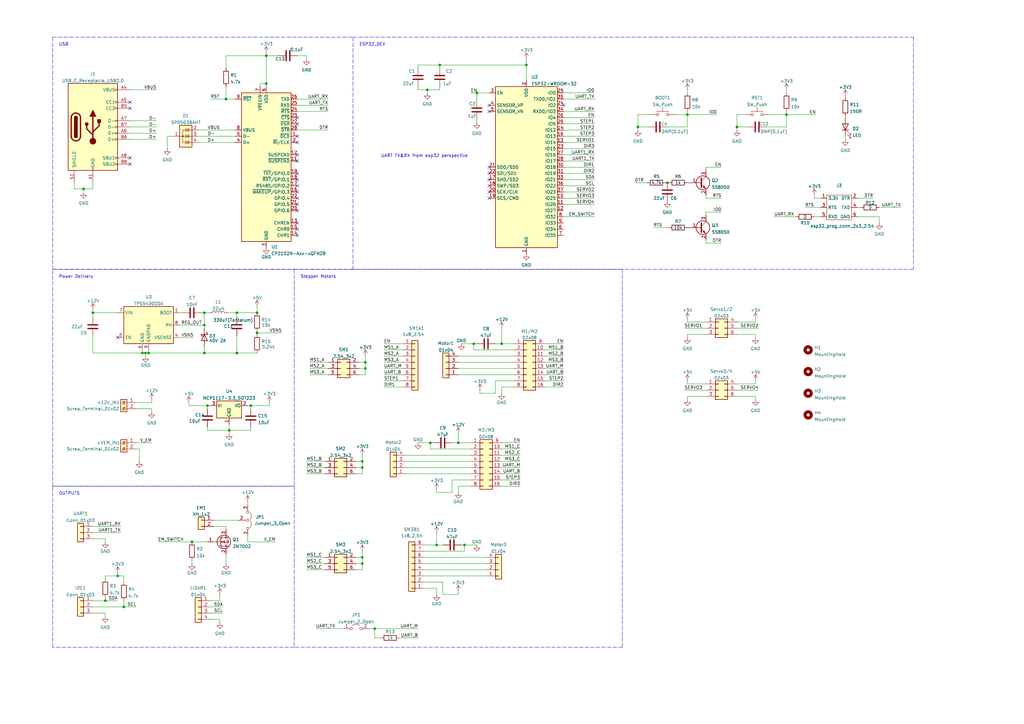
<source format=kicad_sch>
(kicad_sch (version 20211123) (generator eeschema)
  (paper "A3")
  (junction (at 215.9 26.67))
  (junction (at 148.59 191.77))
  (junction (at 149.86 148.59))
  (junction (at 273.685 74.93))
  (junction (at 190.5 223.52))
  (junction (at 92.71 40.64))
  (junction (at 83.82 128.27))
  (junction (at 97.155 144.78))
  (junction (at 261.62 52.07))
  (junction (at 322.58 46.99))
  (junction (at 281.94 46.99))
  (junction (at 58.42 144.78))
  (junction (at 93.98 176.53))
  (junction (at 180.34 26.67))
  (junction (at 48.26 236.22))
  (junction (at 187.96 181.61))
  (junction (at 38.1 128.27))
  (junction (at 43.18 246.38))
  (junction (at 302.26 52.07))
  (junction (at 78.74 222.25))
  (junction (at 50.8 248.92))
  (junction (at 97.155 128.27))
  (junction (at 109.22 22.86))
  (junction (at 83.82 133.35))
  (junction (at 194.31 140.97))
  (junction (at 60.96 144.78))
  (junction (at 109.22 34.29))
  (junction (at 105.41 128.27))
  (junction (at 59.69 144.78))
  (junction (at 205.74 140.97))
  (junction (at 102.87 166.37))
  (junction (at 148.59 228.6))
  (junction (at 153.67 257.81))
  (junction (at 179.07 223.52))
  (junction (at 83.82 144.78))
  (junction (at 148.59 231.14))
  (junction (at 148.59 189.23))
  (junction (at 149.86 151.13))
  (junction (at 175.26 36.83))
  (junction (at 85.09 166.37))
  (junction (at 34.29 77.47))
  (junction (at 176.53 181.61))
  (junction (at 105.41 136.525))
  (junction (at 195.58 38.1))
  (no_connect (at 53.34 44.45))
  (no_connect (at 121.92 71.12))
  (no_connect (at 121.92 50.8))
  (no_connect (at 121.92 63.5))
  (no_connect (at 200.66 78.74))
  (no_connect (at 121.92 66.04))
  (no_connect (at 121.92 91.44))
  (no_connect (at 121.92 55.88))
  (no_connect (at 53.34 67.31))
  (no_connect (at 200.66 81.28))
  (no_connect (at 200.66 71.12))
  (no_connect (at 200.66 68.58))
  (no_connect (at 200.66 73.66))
  (no_connect (at 121.92 76.2))
  (no_connect (at 121.92 81.28))
  (no_connect (at 121.92 83.82))
  (no_connect (at 121.92 58.42))
  (no_connect (at 121.92 93.98))
  (no_connect (at 121.92 78.74))
  (no_connect (at 200.66 45.72))
  (no_connect (at 121.92 48.26))
  (no_connect (at 53.34 64.77))
  (no_connect (at 200.66 76.2))
  (no_connect (at 48.26 138.43))
  (no_connect (at 121.92 86.36))
  (no_connect (at 231.14 43.18))
  (no_connect (at 53.34 41.91))
  (no_connect (at 121.92 73.66))
  (no_connect (at 121.92 96.52))
  (no_connect (at 200.66 43.18))
  (wire (pts (xy 73.66 128.27) (xy 74.93 128.27)))
  (wire (pts (xy 125.73 228.6) (xy 133.35 228.6)))
  (wire (pts (xy 49.53 218.44) (xy 38.1 218.44)))
  (wire (pts (xy 125.73 189.23) (xy 133.35 189.23)))
  (wire (pts (xy 79.375 138.43) (xy 73.66 138.43)))
  (wire (pts (xy 322.58 46.99) (xy 322.58 52.07)))
  (wire (pts (xy 78.74 231.14) (xy 78.74 229.87)))
  (wire (pts (xy 322.58 46.99) (xy 322.58 45.72)))
  (wire (pts (xy 43.18 220.98) (xy 43.18 222.25)))
  (wire (pts (xy 289.56 80.01) (xy 289.56 81.28)))
  (wire (pts (xy 125.73 191.77) (xy 133.35 191.77)))
  (wire (pts (xy 157.48 146.05) (xy 165.1 146.05)))
  (wire (pts (xy 156.21 261.62) (xy 153.67 261.62)))
  (polyline (pts (xy 255.27 265.43) (xy 120.65 265.43)))
  (wire (pts (xy 83.82 133.35) (xy 83.82 128.27)))
  (wire (pts (xy 64.77 222.25) (xy 78.74 222.25)))
  (wire (pts (xy 171.45 36.83) (xy 171.45 35.56)))
  (wire (pts (xy 176.53 181.61) (xy 171.45 181.61)))
  (wire (pts (xy 86.36 40.64) (xy 92.71 40.64)))
  (wire (pts (xy 311.15 160.02) (xy 302.26 160.02)))
  (wire (pts (xy 85.09 176.53) (xy 93.98 176.53)))
  (wire (pts (xy 334.01 80.01) (xy 334.01 81.28)))
  (wire (pts (xy 127 153.67) (xy 134.62 153.67)))
  (wire (pts (xy 231.14 146.05) (xy 223.52 146.05)))
  (wire (pts (xy 171.45 26.67) (xy 180.34 26.67)))
  (wire (pts (xy 91.44 248.92) (xy 86.36 248.92)))
  (wire (pts (xy 187.96 243.84) (xy 181.61 243.84)))
  (wire (pts (xy 83.82 128.27) (xy 85.725 128.27)))
  (wire (pts (xy 97.155 144.78) (xy 105.41 144.78)))
  (wire (pts (xy 289.56 98.425) (xy 289.56 99.695)))
  (wire (pts (xy 125.73 194.31) (xy 133.35 194.31)))
  (wire (pts (xy 281.94 162.56) (xy 281.94 163.83)))
  (wire (pts (xy 109.22 21.59) (xy 109.22 22.86)))
  (wire (pts (xy 92.71 215.9) (xy 92.71 217.17)))
  (wire (pts (xy 114.3 22.86) (xy 109.22 22.86)))
  (wire (pts (xy 187.96 177.8) (xy 187.96 181.61)))
  (wire (pts (xy 190.5 223.52) (xy 195.58 223.52)))
  (wire (pts (xy 173.99 241.3) (xy 179.07 241.3)))
  (wire (pts (xy 176.53 184.15) (xy 176.53 181.61)))
  (wire (pts (xy 231.14 58.42) (xy 243.84 58.42)))
  (wire (pts (xy 193.04 181.61) (xy 187.96 181.61)))
  (wire (pts (xy 60.96 143.51) (xy 60.96 144.78)))
  (wire (pts (xy 105.41 136.525) (xy 105.41 137.16)))
  (wire (pts (xy 153.67 257.81) (xy 151.13 257.81)))
  (wire (pts (xy 105.41 135.89) (xy 105.41 136.525)))
  (wire (pts (xy 125.73 233.68) (xy 133.35 233.68)))
  (wire (pts (xy 231.14 153.67) (xy 223.52 153.67)))
  (wire (pts (xy 38.1 137.795) (xy 38.1 144.78)))
  (wire (pts (xy 213.36 194.31) (xy 205.74 194.31)))
  (wire (pts (xy 314.325 52.07) (xy 322.58 52.07)))
  (wire (pts (xy 68.58 55.88) (xy 68.58 60.96)))
  (wire (pts (xy 281.94 130.81) (xy 281.94 132.08)))
  (wire (pts (xy 289.56 68.58) (xy 295.91 68.58)))
  (wire (pts (xy 187.96 199.39) (xy 187.96 201.93)))
  (wire (pts (xy 53.34 49.53) (xy 64.135 49.53)))
  (wire (pts (xy 148.59 228.6) (xy 148.59 231.14)))
  (wire (pts (xy 86.36 246.38) (xy 90.17 246.38)))
  (wire (pts (xy 83.82 133.35) (xy 83.82 134.62)))
  (wire (pts (xy 146.05 191.77) (xy 148.59 191.77)))
  (polyline (pts (xy 21.59 110.49) (xy 120.65 110.49)))
  (wire (pts (xy 273.685 52.07) (xy 281.94 52.07)))
  (wire (pts (xy 60.96 144.78) (xy 59.69 144.78)))
  (wire (pts (xy 210.82 158.75) (xy 205.74 158.75)))
  (polyline (pts (xy 21.59 265.43) (xy 21.59 199.39)))
  (polyline (pts (xy 120.65 199.39) (xy 120.65 265.43)))
  (wire (pts (xy 302.26 157.48) (xy 309.88 157.48)))
  (wire (pts (xy 360.68 91.44) (xy 360.68 88.9)))
  (wire (pts (xy 180.34 35.56) (xy 180.34 36.83)))
  (wire (pts (xy 147.32 148.59) (xy 149.86 148.59)))
  (wire (pts (xy 193.04 38.1) (xy 195.58 38.1)))
  (wire (pts (xy 213.36 181.61) (xy 205.74 181.61)))
  (wire (pts (xy 215.9 24.13) (xy 215.9 26.67)))
  (wire (pts (xy 77.47 165.1) (xy 77.47 166.37)))
  (wire (pts (xy 62.23 181.61) (xy 55.88 181.61)))
  (wire (pts (xy 213.36 196.85) (xy 205.74 196.85)))
  (wire (pts (xy 205.74 158.75) (xy 205.74 161.29)))
  (wire (pts (xy 157.48 156.21) (xy 165.1 156.21)))
  (wire (pts (xy 59.69 144.78) (xy 59.69 146.05)))
  (wire (pts (xy 243.84 48.26) (xy 231.14 48.26)))
  (wire (pts (xy 180.34 26.67) (xy 180.34 27.94)))
  (wire (pts (xy 146.05 194.31) (xy 148.59 194.31)))
  (wire (pts (xy 179.07 201.93) (xy 185.42 201.93)))
  (wire (pts (xy 157.48 143.51) (xy 165.1 143.51)))
  (polyline (pts (xy 21.59 15.24) (xy 144.78 15.24)))
  (wire (pts (xy 213.36 189.23) (xy 205.74 189.23)))
  (wire (pts (xy 289.56 86.995) (xy 295.91 86.995)))
  (wire (pts (xy 260.35 74.93) (xy 265.43 74.93)))
  (wire (pts (xy 309.88 156.21) (xy 309.88 157.48)))
  (wire (pts (xy 190.5 226.06) (xy 190.5 223.52)))
  (polyline (pts (xy 374.65 15.24) (xy 374.65 110.49)))
  (wire (pts (xy 49.53 215.9) (xy 38.1 215.9)))
  (wire (pts (xy 55.88 248.92) (xy 50.8 248.92)))
  (wire (pts (xy 193.04 184.15) (xy 176.53 184.15)))
  (wire (pts (xy 231.14 38.1) (xy 243.84 38.1)))
  (wire (pts (xy 180.34 26.67) (xy 215.9 26.67)))
  (wire (pts (xy 92.71 22.86) (xy 109.22 22.86)))
  (wire (pts (xy 346.71 39.37) (xy 346.71 40.005)))
  (wire (pts (xy 261.62 52.07) (xy 261.62 53.34)))
  (wire (pts (xy 309.88 137.16) (xy 309.88 138.43)))
  (wire (pts (xy 55.88 184.15) (xy 57.15 184.15)))
  (wire (pts (xy 50.8 246.38) (xy 50.8 248.92)))
  (polyline (pts (xy 255.27 110.49) (xy 255.27 265.43)))
  (wire (pts (xy 43.18 246.38) (xy 38.1 246.38)))
  (wire (pts (xy 105.41 136.525) (xy 115.57 136.525)))
  (wire (pts (xy 346.71 47.625) (xy 346.71 48.26)))
  (wire (pts (xy 281.94 36.83) (xy 281.94 38.1)))
  (wire (pts (xy 289.56 69.85) (xy 289.56 68.58)))
  (wire (pts (xy 231.14 71.12) (xy 243.84 71.12)))
  (wire (pts (xy 58.42 144.78) (xy 59.69 144.78)))
  (wire (pts (xy 87.63 213.36) (xy 97.79 213.36)))
  (wire (pts (xy 309.88 162.56) (xy 309.88 163.83)))
  (wire (pts (xy 315.595 46.99) (xy 322.58 46.99)))
  (polyline (pts (xy 21.59 199.39) (xy 21.59 110.49)))
  (wire (pts (xy 194.31 140.97) (xy 189.23 140.97)))
  (wire (pts (xy 53.34 57.15) (xy 64.135 57.15)))
  (wire (pts (xy 289.56 137.16) (xy 281.94 137.16)))
  (wire (pts (xy 173.99 223.52) (xy 179.07 223.52)))
  (wire (pts (xy 57.15 184.15) (xy 57.15 189.23)))
  (wire (pts (xy 205.74 140.97) (xy 205.74 134.62)))
  (wire (pts (xy 193.04 191.77) (xy 166.37 191.77)))
  (wire (pts (xy 273.685 74.93) (xy 274.32 74.93)))
  (wire (pts (xy 181.61 243.84) (xy 181.61 238.76)))
  (wire (pts (xy 121.92 40.64) (xy 134.62 40.64)))
  (wire (pts (xy 179.07 200.66) (xy 179.07 201.93)))
  (wire (pts (xy 351.79 85.09) (xy 353.06 85.09)))
  (wire (pts (xy 187.96 242.57) (xy 187.96 243.84)))
  (wire (pts (xy 58.42 143.51) (xy 58.42 144.78)))
  (wire (pts (xy 127 151.13) (xy 134.62 151.13)))
  (polyline (pts (xy 144.78 15.24) (xy 144.78 110.49)))
  (wire (pts (xy 231.14 60.96) (xy 243.84 60.96)))
  (wire (pts (xy 97.155 128.27) (xy 97.155 130.175)))
  (wire (pts (xy 276.86 46.99) (xy 281.94 46.99)))
  (wire (pts (xy 86.36 166.37) (xy 85.09 166.37)))
  (wire (pts (xy 266.065 52.07) (xy 261.62 52.07)))
  (wire (pts (xy 213.36 191.77) (xy 205.74 191.77)))
  (wire (pts (xy 205.74 140.97) (xy 203.2 140.97)))
  (wire (pts (xy 195.58 38.1) (xy 200.66 38.1)))
  (wire (pts (xy 231.14 76.2) (xy 243.84 76.2)))
  (wire (pts (xy 48.26 246.38) (xy 43.18 246.38)))
  (wire (pts (xy 289.56 162.56) (xy 281.94 162.56)))
  (wire (pts (xy 215.9 26.67) (xy 215.9 33.02)))
  (wire (pts (xy 231.14 66.04) (xy 243.84 66.04)))
  (wire (pts (xy 302.26 52.07) (xy 302.26 53.34)))
  (wire (pts (xy 196.85 161.29) (xy 203.2 161.29)))
  (wire (pts (xy 93.98 176.53) (xy 93.98 177.8)))
  (wire (pts (xy 203.2 156.21) (xy 210.82 156.21)))
  (polyline (pts (xy 374.65 110.49) (xy 144.78 110.49)))
  (wire (pts (xy 231.14 53.34) (xy 243.84 53.34)))
  (wire (pts (xy 336.55 85.09) (xy 330.2 85.09)))
  (wire (pts (xy 281.94 46.99) (xy 281.94 52.07)))
  (wire (pts (xy 101.6 219.71) (xy 101.6 222.25)))
  (wire (pts (xy 97.155 137.795) (xy 97.155 144.78)))
  (wire (pts (xy 193.04 189.23) (xy 166.37 189.23)))
  (wire (pts (xy 110.49 165.1) (xy 110.49 166.37)))
  (wire (pts (xy 43.18 236.22) (xy 48.26 236.22)))
  (wire (pts (xy 334.01 81.28) (xy 336.55 81.28)))
  (wire (pts (xy 149.86 146.05) (xy 149.86 148.59)))
  (wire (pts (xy 213.36 199.39) (xy 205.74 199.39)))
  (wire (pts (xy 157.48 153.67) (xy 165.1 153.67)))
  (wire (pts (xy 146.05 189.23) (xy 148.59 189.23)))
  (wire (pts (xy 193.04 194.31) (xy 166.37 194.31)))
  (wire (pts (xy 171.45 26.67) (xy 171.45 27.94)))
  (wire (pts (xy 231.14 83.82) (xy 243.84 83.82)))
  (wire (pts (xy 149.86 148.59) (xy 149.86 151.13)))
  (wire (pts (xy 181.61 238.76) (xy 173.99 238.76)))
  (wire (pts (xy 157.48 158.75) (xy 165.1 158.75)))
  (wire (pts (xy 261.62 46.99) (xy 261.62 52.07)))
  (wire (pts (xy 213.36 186.69) (xy 205.74 186.69)))
  (wire (pts (xy 38.1 128.27) (xy 48.26 128.27)))
  (wire (pts (xy 30.48 77.47) (xy 34.29 77.47)))
  (wire (pts (xy 62.23 167.64) (xy 55.88 167.64)))
  (wire (pts (xy 149.86 151.13) (xy 149.86 153.67)))
  (wire (pts (xy 90.17 254) (xy 90.17 255.27)))
  (wire (pts (xy 210.82 148.59) (xy 187.96 148.59)))
  (wire (pts (xy 153.67 261.62) (xy 153.67 257.81)))
  (wire (pts (xy 175.26 36.83) (xy 175.26 38.1)))
  (wire (pts (xy 148.59 191.77) (xy 148.59 194.31)))
  (wire (pts (xy 243.84 88.9) (xy 231.14 88.9)))
  (wire (pts (xy 109.22 35.56) (xy 109.22 34.29)))
  (wire (pts (xy 62.23 168.91) (xy 62.23 167.64)))
  (wire (pts (xy 171.45 257.81) (xy 153.67 257.81)))
  (wire (pts (xy 231.14 40.64) (xy 243.84 40.64)))
  (wire (pts (xy 322.58 36.83) (xy 322.58 38.1)))
  (wire (pts (xy 125.73 22.86) (xy 125.73 24.13)))
  (wire (pts (xy 317.5 88.9) (xy 326.39 88.9)))
  (wire (pts (xy 195.58 48.895) (xy 195.58 50.165)))
  (wire (pts (xy 38.1 220.98) (xy 43.18 220.98)))
  (wire (pts (xy 179.07 223.52) (xy 181.61 223.52)))
  (wire (pts (xy 311.15 134.62) (xy 302.26 134.62)))
  (wire (pts (xy 289.56 99.695) (xy 295.91 99.695)))
  (wire (pts (xy 302.26 132.08) (xy 309.88 132.08)))
  (wire (pts (xy 185.42 201.93) (xy 185.42 196.85)))
  (wire (pts (xy 289.56 132.08) (xy 281.94 132.08)))
  (wire (pts (xy 266.7 46.99) (xy 261.62 46.99)))
  (polyline (pts (xy 144.78 110.49) (xy 21.59 110.49)))
  (wire (pts (xy 231.14 63.5) (xy 243.84 63.5)))
  (wire (pts (xy 129.54 257.81) (xy 140.97 257.81)))
  (wire (pts (xy 125.73 231.14) (xy 133.35 231.14)))
  (wire (pts (xy 193.04 186.69) (xy 166.37 186.69)))
  (wire (pts (xy 92.71 40.64) (xy 96.52 40.64)))
  (wire (pts (xy 185.42 196.85) (xy 193.04 196.85)))
  (wire (pts (xy 83.82 144.78) (xy 60.96 144.78)))
  (wire (pts (xy 231.14 158.75) (xy 223.52 158.75)))
  (wire (pts (xy 173.99 233.68) (xy 199.39 233.68)))
  (wire (pts (xy 231.14 151.13) (xy 223.52 151.13)))
  (wire (pts (xy 83.82 142.24) (xy 83.82 144.78)))
  (wire (pts (xy 102.87 167.64) (xy 102.87 166.37)))
  (wire (pts (xy 78.74 222.25) (xy 85.09 222.25)))
  (wire (pts (xy 180.34 36.83) (xy 175.26 36.83)))
  (wire (pts (xy 289.56 88.265) (xy 289.56 86.995)))
  (wire (pts (xy 30.48 74.93) (xy 30.48 77.47)))
  (wire (pts (xy 210.82 143.51) (xy 194.31 143.51)))
  (wire (pts (xy 53.34 36.83) (xy 64.135 36.83)))
  (wire (pts (xy 281.94 46.99) (xy 281.94 45.72)))
  (wire (pts (xy 48.26 234.95) (xy 48.26 236.22)))
  (wire (pts (xy 50.8 238.76) (xy 50.8 236.22)))
  (wire (pts (xy 105.41 125.73) (xy 105.41 128.27)))
  (wire (pts (xy 173.99 231.14) (xy 199.39 231.14)))
  (wire (pts (xy 127 148.59) (xy 134.62 148.59)))
  (wire (pts (xy 86.36 254) (xy 90.17 254)))
  (wire (pts (xy 121.92 45.72) (xy 134.62 45.72)))
  (wire (pts (xy 146.05 228.6) (xy 148.59 228.6)))
  (wire (pts (xy 34.29 77.47) (xy 38.1 77.47)))
  (wire (pts (xy 280.67 160.02) (xy 289.56 160.02)))
  (wire (pts (xy 175.26 36.83) (xy 171.45 36.83)))
  (polyline (pts (xy 120.65 199.39) (xy 21.59 199.39)))
  (wire (pts (xy 148.59 186.69) (xy 148.59 189.23)))
  (wire (pts (xy 121.92 53.34) (xy 134.62 53.34)))
  (wire (pts (xy 81.28 53.34) (xy 96.52 53.34)))
  (wire (pts (xy 196.85 160.02) (xy 196.85 161.29)))
  (polyline (pts (xy 144.78 15.24) (xy 374.65 15.24)))
  (wire (pts (xy 91.44 251.46) (xy 86.36 251.46)))
  (wire (pts (xy 231.14 143.51) (xy 223.52 143.51)))
  (wire (pts (xy 157.48 140.97) (xy 165.1 140.97)))
  (wire (pts (xy 171.45 261.62) (xy 163.83 261.62)))
  (wire (pts (xy 281.94 156.21) (xy 281.94 157.48)))
  (wire (pts (xy 110.49 166.37) (xy 102.87 166.37)))
  (wire (pts (xy 43.18 251.46) (xy 43.18 252.73)))
  (wire (pts (xy 85.09 166.37) (xy 85.09 167.64)))
  (wire (pts (xy 92.71 231.14) (xy 92.71 227.33)))
  (wire (pts (xy 146.05 233.68) (xy 148.59 233.68)))
  (wire (pts (xy 97.155 144.78) (xy 83.82 144.78)))
  (polyline (pts (xy 120.65 110.49) (xy 255.27 110.49)))
  (wire (pts (xy 85.09 175.26) (xy 85.09 176.53)))
  (wire (pts (xy 38.1 130.175) (xy 38.1 128.27)))
  (wire (pts (xy 231.14 45.72) (xy 243.84 45.72)))
  (wire (pts (xy 38.1 251.46) (xy 43.18 251.46)))
  (wire (pts (xy 302.26 137.16) (xy 309.88 137.16)))
  (wire (pts (xy 231.14 140.97) (xy 223.52 140.97)))
  (wire (pts (xy 231.14 156.21) (xy 223.52 156.21)))
  (wire (pts (xy 231.14 68.58) (xy 243.84 68.58)))
  (wire (pts (xy 121.92 43.18) (xy 134.62 43.18)))
  (wire (pts (xy 289.56 81.28) (xy 295.91 81.28)))
  (wire (pts (xy 73.66 133.35) (xy 83.82 133.35)))
  (polyline (pts (xy 120.65 265.43) (xy 21.59 265.43)))
  (wire (pts (xy 302.26 52.07) (xy 302.26 46.99)))
  (wire (pts (xy 77.47 166.37) (xy 85.09 166.37)))
  (wire (pts (xy 34.29 77.47) (xy 34.29 78.74)))
  (wire (pts (xy 243.84 55.88) (xy 231.14 55.88)))
  (wire (pts (xy 281.94 46.99) (xy 294.005 46.99)))
  (wire (pts (xy 281.94 137.16) (xy 281.94 138.43)))
  (wire (pts (xy 109.22 34.29) (xy 106.68 34.29)))
  (wire (pts (xy 195.58 140.97) (xy 194.31 140.97)))
  (wire (pts (xy 102.87 176.53) (xy 93.98 176.53)))
  (wire (pts (xy 92.71 35.56) (xy 92.71 40.64)))
  (wire (pts (xy 43.18 245.11) (xy 43.18 246.38)))
  (wire (pts (xy 81.28 58.42) (xy 96.52 58.42)))
  (wire (pts (xy 93.345 128.27) (xy 97.155 128.27)))
  (wire (pts (xy 53.34 52.07) (xy 64.135 52.07)))
  (wire (pts (xy 50.8 248.92) (xy 38.1 248.92)))
  (wire (pts (xy 173.99 228.6) (xy 199.39 228.6)))
  (wire (pts (xy 38.1 127) (xy 38.1 128.27)))
  (wire (pts (xy 210.82 146.05) (xy 187.96 146.05)))
  (wire (pts (xy 179.07 218.44) (xy 179.07 223.52)))
  (wire (pts (xy 360.68 85.09) (xy 369.57 85.09)))
  (wire (pts (xy 102.87 175.26) (xy 102.87 176.53)))
  (wire (pts (xy 346.71 55.88) (xy 346.71 57.15)))
  (wire (pts (xy 97.155 128.27) (xy 105.41 128.27)))
  (wire (pts (xy 148.59 231.14) (xy 148.59 233.68)))
  (polyline (pts (xy 21.59 15.24) (xy 21.59 110.49)))
  (wire (pts (xy 50.8 236.22) (xy 48.26 236.22)))
  (wire (pts (xy 360.68 88.9) (xy 351.79 88.9)))
  (wire (pts (xy 302.26 46.99) (xy 305.435 46.99)))
  (polyline (pts (xy 120.65 110.49) (xy 120.65 199.39)))
  (wire (pts (xy 101.6 205.74) (xy 101.6 207.01)))
  (wire (pts (xy 267.97 93.345) (xy 274.32 93.345)))
  (wire (pts (xy 157.48 151.13) (xy 165.1 151.13)))
  (wire (pts (xy 231.14 78.74) (xy 243.84 78.74)))
  (wire (pts (xy 62.23 165.1) (xy 62.23 163.83)))
  (wire (pts (xy 309.88 130.81) (xy 309.88 132.08)))
  (wire (pts (xy 351.79 81.28) (xy 358.14 81.28)))
  (wire (pts (xy 289.56 157.48) (xy 281.94 157.48)))
  (wire (pts (xy 157.48 148.59) (xy 165.1 148.59)))
  (wire (pts (xy 210.82 153.67) (xy 187.96 153.67)))
  (wire (pts (xy 322.58 46.99) (xy 334.645 46.99)))
  (polyline (pts (xy 21.59 199.39) (xy 120.65 199.39)))
  (wire (pts (xy 173.99 236.22) (xy 199.39 236.22)))
  (wire (pts (xy 93.98 173.99) (xy 93.98 176.53)))
  (wire (pts (xy 210.82 140.97) (xy 205.74 140.97)))
  (wire (pts (xy 187.96 181.61) (xy 185.42 181.61)))
  (wire (pts (xy 213.36 184.15) (xy 205.74 184.15)))
  (wire (pts (xy 273.05 74.93) (xy 273.685 74.93)))
  (wire (pts (xy 306.705 52.07) (xy 302.26 52.07)))
  (wire (pts (xy 92.71 27.94) (xy 92.71 22.86)))
  (wire (pts (xy 83.82 128.27) (xy 82.55 128.27)))
  (wire (pts (xy 231.14 73.66) (xy 243.84 73.66)))
  (wire (pts (xy 302.26 162.56) (xy 309.88 162.56)))
  (wire (pts (xy 243.84 50.8) (xy 231.14 50.8)))
  (wire (pts (xy 81.28 55.88) (xy 96.52 55.88)))
  (wire (pts (xy 53.34 54.61) (xy 64.135 54.61)))
  (wire (pts (xy 210.82 151.13) (xy 187.96 151.13)))
  (wire (pts (xy 121.92 22.86) (xy 125.73 22.86)))
  (wire (pts (xy 101.6 222.25) (xy 113.03 222.25)))
  (wire (pts (xy 106.68 34.29) (xy 106.68 35.56)))
  (wire (pts (xy 177.8 181.61) (xy 176.53 181.61)))
  (wire (pts (xy 179.07 241.3) (xy 179.07 243.84)))
  (wire (pts (xy 38.1 144.78) (xy 58.42 144.78)))
  (wire (pts (xy 146.05 231.14) (xy 148.59 231.14)))
  (wire (pts (xy 189.23 223.52) (xy 190.5 223.52)))
  (wire (pts (xy 38.1 77.47) (xy 38.1 74.93)))
  (wire (pts (xy 194.31 143.51) (xy 194.31 140.97)))
  (wire (pts (xy 193.04 199.39) (xy 187.96 199.39)))
  (wire (pts (xy 55.88 165.1) (xy 62.23 165.1)))
  (wire (pts (xy 148.59 226.06) (xy 148.59 228.6)))
  (wire (pts (xy 195.58 38.1) (xy 195.58 41.275)))
  (wire (pts (xy 280.67 134.62) (xy 289.56 134.62)))
  (wire (pts (xy 43.18 237.49) (xy 43.18 236.22)))
  (wire (pts (xy 231.14 81.28) (xy 243.84 81.28)))
  (wire (pts (xy 173.99 226.06) (xy 190.5 226.06)))
  (wire (pts (xy 90.17 246.38) (xy 90.17 243.84)))
  (wire (pts (xy 71.12 55.88) (xy 68.58 55.88)))
  (wire (pts (xy 334.01 88.9) (xy 336.55 88.9)))
  (wire (pts (xy 148.59 189.23) (xy 148.59 191.77)))
  (wire (pts (xy 147.32 151.13) (xy 149.86 151.13)))
  (wire (pts (xy 203.2 161.29) (xy 203.2 156.21)))
  (wire (pts (xy 102.87 166.37) (xy 101.6 166.37)))
  (wire (pts (xy 109.22 22.86) (xy 109.22 34.29)))
  (wire (pts (xy 87.63 215.9) (xy 92.71 215.9)))
  (wire (pts (xy 147.32 153.67) (xy 149.86 153.67)))
  (wire (pts (xy 231.14 148.59) (xy 223.52 148.59)))
  (text "UART TX&RX from esp32 perspective\n" (at 156.21 64.77 0) (effects (font (size 1.27 1.27)) (justify left bottom)))
  (text "OUTPUTS\n" (at 24.13 203.2 0) (effects (font (size 1.27 1.27)) (justify left bottom)))
  (text "USB" (at 24.13 19.05 0) (effects (font (size 1.27 1.27)) (justify left bottom)))
  (text "Power Delivery" (at 24.13 114.3 0) (effects (font (size 1.27 1.27)) (justify left bottom)))
  (text "ESP32_DEV\n" (at 147.32 19.05 0) (effects (font (size 1.27 1.27)) (justify left bottom)))
  (text "Stepper Motors\n" (at 123.19 114.3 0) (effects (font (size 1.27 1.27)) (justify left bottom)))
  (label "RTS" (at 267.97 93.345 0))
  (label "UART1_TX" (at 49.53 218.44 180))
  (label "SDA" (at 243.84 73.66 180))
  (label "SERVO1" (at 243.84 58.42 180))
  (label "STEP1" (at 243.84 50.8 180))
  (label "V_EM" (at 113.03 222.25 180))
  (label "SCL" (at 243.84 76.2 180))
  (label "EN" (at 193.04 38.1 0))
  (label "UART_B" (at 231.14 153.67 180))
  (label "DTR" (at 134.62 53.34 180))
  (label "DIR3" (at 213.36 199.39 180))
  (label "SERVO4" (at 243.84 83.82 180))
  (label "RTS" (at 295.91 81.28 180))
  (label "VBUS" (at 85.09 53.34 0))
  (label "RST" (at 86.36 40.64 0))
  (label "STEP1" (at 157.48 156.21 0))
  (label "DIR3" (at 243.84 60.96 180))
  (label "UART1_RX" (at 49.53 215.9 180))
  (label "UART_M" (at 157.48 151.13 0))
  (label "RTS" (at 134.62 45.72 180))
  (label "MS2_B" (at 231.14 146.05 180))
  (label "RTS" (at 330.2 85.09 0))
  (label "REG_OUT" (at 74.295 133.35 0))
  (label "IO0" (at 294.005 46.99 180))
  (label "EN" (at 243.84 48.26 180))
  (label "UART_M" (at 213.36 191.77 180))
  (label "MS3_B" (at 125.73 194.31 0))
  (label "DIR2" (at 231.14 158.75 180))
  (label "SERVO1" (at 280.67 134.62 0))
  (label "MS1_C" (at 125.73 228.6 0))
  (label "EN" (at 157.48 140.97 0))
  (label "UART_RX" (at 243.84 45.72 180))
  (label "VBUS" (at 64.135 36.83 180))
  (label "MS2_C" (at 125.73 231.14 0))
  (label "VSNS" (at 79.375 138.43 180))
  (label "UART_M" (at 231.14 151.13 180))
  (label "MS1_A" (at 127 148.59 0))
  (label "D-" (at 64.135 49.53 180))
  (label "MS2_C" (at 213.36 186.69 180))
  (label "EM_SWITCH" (at 243.84 88.9 180))
  (label "UART_RX" (at 134.62 40.64 180))
  (label "MS1_B" (at 231.14 143.51 180))
  (label "MS3_C" (at 213.36 189.23 180))
  (label "SDA" (at 48.26 246.38 180))
  (label "V_EM" (at 62.23 181.61 180))
  (label "MS2_A" (at 157.48 146.05 0))
  (label "UART_B" (at 213.36 194.31 180))
  (label "D+" (at 64.135 57.15 180))
  (label "VSNS" (at 115.57 136.525 180))
  (label "D+" (at 85.09 58.42 0))
  (label "DIR1" (at 243.84 68.58 180))
  (label "EM_SWITCH" (at 64.77 222.25 0))
  (label "IO0" (at 243.84 38.1 180))
  (label "UART_B" (at 157.48 153.67 0))
  (label "UART_TX" (at 129.54 257.81 0))
  (label "UART_RX" (at 317.5 88.9 0))
  (label "SERVO2" (at 311.15 134.62 180))
  (label "STEP3" (at 243.84 55.88 180))
  (label "MS1_C" (at 213.36 184.15 180))
  (label "MS3_B" (at 231.14 148.59 180))
  (label "MS3_A" (at 157.48 148.59 0))
  (label "MS3_A" (at 127 153.67 0))
  (label "DTR" (at 358.14 81.28 180))
  (label "MS2_A" (at 127 151.13 0))
  (label "STEP3" (at 213.36 196.85 180))
  (label "D-" (at 85.09 55.88 0))
  (label "SERVO3" (at 280.67 160.02 0))
  (label "UART_B" (at 171.45 261.62 180))
  (label "MS2_B" (at 125.73 191.77 0))
  (label "DIR2" (at 243.84 71.12 180))
  (label "SDA" (at 91.44 248.92 180))
  (label "IO0" (at 295.91 86.995 180))
  (label "UART_TX" (at 369.57 85.09 180))
  (label "UART1_RX" (at 243.84 63.5 180))
  (label "D-" (at 64.135 52.07 180))
  (label "STEP2" (at 243.84 53.34 180))
  (label "SCL" (at 91.44 251.46 180))
  (label "UART_TX" (at 134.62 43.18 180))
  (label "DIR1" (at 157.48 158.75 0))
  (label "EN" (at 334.645 46.99 180))
  (label "DTR" (at 260.35 74.93 0))
  (label "UART_M" (at 171.45 257.81 180))
  (label "EN" (at 295.91 68.58 180))
  (label "STEP2" (at 231.14 156.21 180))
  (label "MS1_A" (at 157.48 143.51 0))
  (label "UART1_TX" (at 243.84 66.04 180))
  (label "DTR" (at 295.91 99.695 180))
  (label "EN" (at 231.14 140.97 180))
  (label "SERVO4" (at 311.15 160.02 180))
  (label "MS3_C" (at 125.73 233.68 0))
  (label "SERVO3" (at 243.84 81.28 180))
  (label "SERVO2" (at 243.84 78.74 180))
  (label "MS1_B" (at 125.73 189.23 0))
  (label "UART_TX" (at 243.84 40.64 180))
  (label "SCL" (at 55.88 248.92 180))
  (label "D+" (at 64.135 54.61 180))
  (label "EN" (at 213.36 181.61 180))
  (symbol (lib_id "power:GND") (at 261.62 53.34 0) (unit 1)
    (property "Reference" "#PWR0110" (effects hide))
    (property "Value" "GND" (at 261.62 57.9025 0))
  )
  (symbol (lib_id "Mechanical:MountingHole") (at 331.47 170.18 0) (unit 1)
    (property "Reference" "H4" (at 334.01 169.2715 0) (effects (justify left)))
    (property "Value" "MountingHole" (at 334.01 172.0466 0) (effects (justify left)))
    (property "Footprint" "MountingHole:MountingHole_3.2mm_M3_DIN965_Pad_TopBottom" (effects hide))
  )
  (symbol (lib_id "power:GND") (at 43.18 252.73 0) (unit 1)
    (property "Reference" "#PWR0137" (effects hide))
    (property "Value" "GND" (at 43.18 257.2925 0))
  )
  (symbol (lib_id "power:GND") (at 59.69 146.05 0) (unit 1)
    (property "Reference" "#PWR0112" (effects hide))
    (property "Value" "GND" (at 59.78 149.79 0))
  )
  (symbol (lib_id "Device:C") (at 118.11 22.86 90) (unit 1)
    (property "Reference" "C13" (at 116.84 24.13 90) (effects (justify left)))
    (property "Value" "0.1uF" (at 124.46 20.32 90) (effects (justify left)))
    (property "Footprint" "Capacitor_SMD:C_0805_2012Metric_Pad1.18x1.45mm_HandSolder" (effects hide))
  )
  (symbol (lib_id "power:GND") (at 92.71 231.14 0) (unit 1)
    (property "Reference" "#PWR0142" (effects hide))
    (property "Value" "GND" (at 92.71 234.95 0))
  )
  (symbol (lib_id "power:+12V") (at 101.6 205.74 0) (unit 1)
    (property "Reference" "#PWR0144" (effects hide))
    (property "Value" "+12V" (at 101.6 201.93 0))
  )
  (symbol (lib_id "Device:R") (at 346.71 43.815 0) (unit 1)
    (property "Reference" "R11" (at 348.488 42.9065 0) (effects (justify left)))
    (property "Value" "150R" (at 348.488 45.6816 0) (effects (justify left)))
    (property "Footprint" "Resistor_SMD:R_0603_1608Metric" (effects hide))
  )
  (symbol (lib_id "Connector_Generic:Conn_02x03_Odd_Even") (at 138.43 231.14 0) (unit 1)
    (property "Reference" "SM3" (at 139.7 223.3635 0))
    (property "Value" "2.54_3x2" (at 139.7 226.1386 0))
    (property "Footprint" "Connector_PinHeader_2.54mm:PinHeader_2x03_P2.54mm_Vertical" (effects hide))
  )
  (symbol (lib_id "power:+3.3V") (at 110.49 165.1 0) (unit 1)
    (property "Reference" "#PWR0149" (effects hide))
    (property "Value" "+3.3V" (at 110.49 161.4955 0))
  )
  (symbol (lib_id "esp32:esp32_prog_conn_2x3_2.54") (at 344.17 85.09 0) (unit 1)
    (property "Reference" "J3" (at 344.17 76.0943 0))
    (property "Value" "esp32_prog_conn_2x3_2.54" (at 345.44 92.71 0))
    (property "Footprint" "Connector_PinHeader_2.54mm:PinHeader_2x03_P2.54mm_Vertical" (effects hide))
  )
  (symbol (lib_id "Connector_Generic:Conn_02x03_Odd_Even") (at 138.43 191.77 0) (unit 1)
    (property "Reference" "SM2" (at 139.7 183.9935 0))
    (property "Value" "2.54_3x2" (at 139.7 186.7686 0))
    (property "Footprint" "Connector_PinHeader_2.54mm:PinHeader_2x03_P2.54mm_Vertical" (effects hide))
  )
  (symbol (lib_id "power:+5V") (at 309.88 130.81 0) (mirror y) (unit 1)
    (property "Reference" "#PWR0157" (effects hide))
    (property "Value" "+5V" (at 309.88 127.2055 0))
  )
  (symbol (lib_id "Connector_Generic:Conn_01x08") (at 170.18 148.59 0) (unit 1)
    (property "Reference" "SM1A1" (at 167.64 134.62 0) (effects (justify left)))
    (property "Value" "1x8_2.54" (at 165.1 137.16 0) (effects (justify left)))
    (property "Footprint" "Connector_PinSocket_2.54mm:PinSocket_1x08_P2.54mm_Vertical_SMD_Pin1Left" (effects hide))
  )
  (symbol (lib_id "Jumper:Jumper_2_Open") (at 146.05 257.81 0) (unit 1)
    (property "Reference" "JP2" (at 146.05 252.1925 0))
    (property "Value" "Jumper_2_Open" (at 146.05 254.9676 0))
    (property "Footprint" "Jumper:SolderJumper-2_P1.3mm_Open_RoundedPad1.0x1.5mm" (effects hide))
  )
  (symbol (lib_id "power:GND") (at 281.94 163.83 0) (unit 1)
    (property "Reference" "#PWR0150" (effects hide))
    (property "Value" "GND" (at 281.94 168.3925 0))
  )
  (symbol (lib_id "power:GND") (at 57.15 189.23 0) (mirror y) (unit 1)
    (property "Reference" "#PWR0141" (effects hide))
    (property "Value" "GND" (at 57.15 193.7925 0))
  )
  (symbol (lib_id "Connector_Generic:Conn_02x03_Top_Bottom") (at 294.64 160.02 0) (unit 1)
    (property "Reference" "Servo3/4" (at 295.91 152.2435 0))
    (property "Value" "02x03" (at 295.91 155.0186 0))
    (property "Footprint" "Connector_PinHeader_2.54mm:PinHeader_2x03_P2.54mm_Vertical_SMD" (effects hide))
  )
  (symbol (lib_id "power:+3.3V") (at 148.59 226.06 0) (unit 1)
    (property "Reference" "#PWR0115" (effects hide))
    (property "Value" "+3.3V" (at 148.59 222.4555 0))
  )
  (symbol (lib_id "Connector_Generic:Conn_02x03_Top_Bottom") (at 294.64 134.62 0) (unit 1)
    (property "Reference" "Servo1/2" (at 295.91 126.8435 0))
    (property "Value" "02x03" (at 295.91 129.6186 0))
    (property "Footprint" "Connector_PinHeader_2.54mm:PinHeader_2x03_P2.54mm_Vertical_SMD" (effects hide))
  )
  (symbol (lib_id "Device:C") (at 269.875 52.07 90) (unit 1)
    (property "Reference" "C4" (at 272.415 50.8 90))
    (property "Value" "DNP(0.1uF)" (at 276.86 53.975 90))
    (property "Footprint" "Capacitor_SMD:C_0603_1608Metric" (effects hide))
  )
  (symbol (lib_id "Device:C") (at 199.39 140.97 270) (mirror x) (unit 1)
    (property "Reference" "C8" (at 199.39 134.8445 90))
    (property "Value" "47uF" (at 199.39 137.6196 90))
    (property "Footprint" "Capacitor_SMD:CP_Elec_6.3x7.7" (effects hide))
  )
  (symbol (lib_id "Switch:SW_Push") (at 271.78 46.99 0) (unit 1)
    (property "Reference" "BOOT1" (at 271.78 40.1025 0))
    (property "Value" "SW_Push" (at 271.78 42.8776 0))
    (property "Footprint" "Button_Switch_SMD:SW_SPST_CK_RS282G05A3" (effects hide))
    (property "lcsc" "C318938" (effects hide))
  )
  (symbol (lib_id "Device:R") (at 278.13 74.93 90) (unit 1)
    (property "Reference" "R6" (at 278.13 72.39 90))
    (property "Value" "1k" (at 278.13 74.93 90))
    (property "Footprint" "Resistor_SMD:R_0603_1608Metric" (effects hide))
  )
  (symbol (lib_id "power:GND") (at 346.71 57.15 0) (unit 1)
    (property "Reference" "#PWR0121" (effects hide))
    (property "Value" "GND" (at 346.71 61.7125 0))
  )
  (symbol (lib_id "Device:C") (at 310.515 52.07 90) (unit 1)
    (property "Reference" "C12" (at 313.3 50.83 90))
    (property "Value" "DNP(0.1uF)" (at 317.5 53.975 90))
    (property "Footprint" "Capacitor_SMD:C_0603_1608Metric" (effects hide))
  )
  (symbol (lib_id "power:GND") (at 309.88 138.43 0) (mirror y) (unit 1)
    (property "Reference" "#PWR0156" (effects hide))
    (property "Value" "GND" (at 309.88 142.9925 0))
  )
  (symbol (lib_id "power:GND") (at 195.58 50.165 0) (unit 1)
    (property "Reference" "#PWR0108" (effects hide))
    (property "Value" "GND" (at 195.58 54.7275 0))
  )
  (symbol (lib_id "Device:R") (at 356.87 85.09 90) (unit 1)
    (property "Reference" "R12" (at 356.87 83.185 90))
    (property "Value" "0" (at 356.87 85.09 90))
    (property "Footprint" "Resistor_SMD:R_0603_1608Metric" (effects hide))
  )
  (symbol (lib_id "Connector_Generic:Conn_01x04") (at 204.47 233.68 0) (mirror x) (unit 1)
    (property "Reference" "Motor3" (at 204.47 223.3635 0))
    (property "Value" "01x04" (at 204.47 226.1386 0))
    (property "Footprint" "Connector_PinHeader_2.54mm:PinHeader_1x04_P2.54mm_Vertical_SMD_Pin1Left" (effects hide))
  )
  (symbol (lib_id "Device:R") (at 50.8 242.57 0) (unit 1)
    (property "Reference" "R4" (at 52.578 241.6615 0) (effects (justify left)))
    (property "Value" "4.7k" (at 52.578 244.4366 0) (effects (justify left)))
    (property "Footprint" "Resistor_SMD:R_0603_1608Metric" (effects hide))
  )
  (symbol (lib_id "Connector_Generic:Conn_01x03") (at 33.02 248.92 0) (mirror y) (unit 1)
    (property "Reference" "I2C1" (at 33.02 241.1435 0))
    (property "Value" "Conn_01x03" (at 33.02 243.9186 0))
    (property "Footprint" "Connector_PinHeader_2.54mm:PinHeader_1x03_P2.54mm_Vertical" (effects hide))
  )
  (symbol (lib_id "power:GND") (at 179.07 243.84 0) (unit 1)
    (property "Reference" "#PWR0135" (effects hide))
    (property "Value" "GND" (at 179.07 247.65 0))
  )
  (symbol (lib_id "Connector:Screw_Terminal_01x02") (at 50.8 181.61 0) (mirror y) (unit 1)
    (property "Reference" "+VEM_IN1" (at 44.45 181.61 0))
    (property "Value" "Screw_Terminal_01x02" (at 38.1 184.15 0))
    (property "Footprint" "TerminalBlock:TerminalBlock_bornier-2_P5.08mm" (effects hide))
  )
  (symbol (lib_id "Device:Q_NPN_BEC") (at 287.02 93.345 0) (unit 1)
    (property "Reference" "Q3" (at 291.8714 92.4365 0) (effects (justify left)))
    (property "Value" "SS8050" (at 291.8714 95.2116 0) (effects (justify left)))
    (property "Footprint" "Package_TO_SOT_SMD:SOT-23" (effects hide))
  )
  (symbol (lib_id "Connector_Generic:Conn_01x02") (at 82.55 213.36 0) (mirror y) (unit 1)
    (property "Reference" "EM1" (at 82.55 208.28 0))
    (property "Value" "XH_1x2" (at 82.55 210.8986 0))
    (property "Footprint" "Connector_JST:JST_XH_B2B-XH-AM_1x02_P2.50mm_Vertical" (effects hide))
  )
  (symbol (lib_id "power:GND") (at 215.9 104.14 0) (unit 1)
    (property "Reference" "#PWR0109" (effects hide))
    (property "Value" "GND" (at 215.9 108.7025 0))
  )
  (symbol (lib_id "power:GND") (at 195.58 223.52 0) (unit 1)
    (property "Reference" "#PWR0136" (effects hide))
    (property "Value" "GND" (at 195.58 222.25 0))
  )
  (symbol (lib_id "Power_Protection:SP0503BAHT") (at 76.2 55.88 270) (unit 1)
    (property "Reference" "D1" (at 76.2 47.4685 90))
    (property "Value" "SP0503BAHT" (at 76.2 50.2436 90))
    (property "Footprint" "Package_TO_SOT_SMD:SOT-143" (effects hide))
    (property "Datasheet" "http://www.littelfuse.com/~/media/files/littelfuse/technical%20resources/documents/data%20sheets/sp05xxba.pdf" (effects hide))
  )
  (symbol (lib_id "power:GND") (at 360.68 91.44 0) (unit 1)
    (property "Reference" "#PWR0119" (effects hide))
    (property "Value" "GND" (at 360.68 96.0025 0))
  )
  (symbol (lib_id "Switch:SW_Push") (at 310.515 46.99 0) (unit 1)
    (property "Reference" "RST1" (at 310.515 40.1025 0))
    (property "Value" "SW_Push" (at 310.515 42.8776 0))
    (property "Footprint" "Button_Switch_SMD:SW_SPST_CK_RS282G05A3" (effects hide))
    (property "lcsc" "C318938" (effects hide))
  )
  (symbol (lib_id "power:+12V") (at 205.74 134.62 0) (mirror y) (unit 1)
    (property "Reference" "#PWR0129" (effects hide))
    (property "Value" "+12V" (at 205.74 131.0155 0))
  )
  (symbol (lib_id "power:+3.3V") (at 215.9 24.13 0) (unit 1)
    (property "Reference" "#PWR0107" (effects hide))
    (property "Value" "+3.3V" (at 215.9 20.5255 0))
  )
  (symbol (lib_id "power:GND") (at 109.22 101.6 0) (unit 1)
    (property "Reference" "#PWR0140" (effects hide))
    (property "Value" "GND" (at 109.22 105.41 0))
  )
  (symbol (lib_id "Device:C") (at 181.61 181.61 270) (mirror x) (unit 1)
    (property "Reference" "C9" (at 181.61 175.4845 90))
    (property "Value" "47uF" (at 181.61 178.2596 90))
    (property "Footprint" "Capacitor_SMD:CP_Elec_6.3x7.7" (effects hide))
  )
  (symbol (lib_id "power:GND") (at 302.26 53.34 0) (unit 1)
    (property "Reference" "#PWR0117" (effects hide))
    (property "Value" "GND" (at 302.26 57.9025 0))
  )
  (symbol (lib_id "power:GND") (at 34.29 78.74 0) (unit 1)
    (property "Reference" "#PWR0145" (effects hide))
    (property "Value" "GND" (at 34.29 83.3025 0))
  )
  (symbol (lib_id "power:GND") (at 93.98 177.8 0) (mirror y) (unit 1)
    (property "Reference" "#PWR0147" (effects hide))
    (property "Value" "GND" (at 93.98 182.3625 0))
  )
  (symbol (lib_id "Device:C") (at 85.09 171.45 0) (unit 1)
    (property "Reference" "C14" (at 80.01 170.18 0) (effects (justify left)))
    (property "Value" "10uF" (at 77.47 172.72 0) (effects (justify left)))
    (property "Footprint" "Capacitor_SMD:C_0805_2012Metric_Pad1.18x1.45mm_HandSolder" (effects hide))
  )
  (symbol (lib_id "Jumper:Jumper_3_Open") (at 101.6 213.36 270) (mirror x) (unit 1)
    (property "Reference" "JP1" (at 106.68 212.09 90))
    (property "Value" "Jumper_3_Open" (at 111.76 214.63 90))
    (property "Footprint" "Jumper:SolderJumper-3_P1.3mm_Open_RoundedPad1.0x1.5mm" (effects hide))
  )
  (symbol (lib_id "power:+3.3V") (at 179.07 200.66 0) (mirror y) (unit 1)
    (property "Reference" "#PWR0132" (effects hide))
    (property "Value" "+3.3V" (at 179.07 197.0555 0))
  )
  (symbol (lib_id "Device:C") (at 171.45 31.75 0) (unit 1)
    (property "Reference" "C1" (at 167.64 29.21 0) (effects (justify left)))
    (property "Value" "22uF" (at 165.1 34.29 0) (effects (justify left)))
    (property "Footprint" "Capacitor_SMD:C_0603_1608Metric" (effects hide))
  )
  (symbol (lib_id "power:+3.3V") (at 196.85 160.02 0) (mirror y) (unit 1)
    (property "Reference" "#PWR0126" (effects hide))
    (property "Value" "+3.3V" (at 196.85 156.4155 0))
  )
  (symbol (lib_id "Connector_Generic:Conn_01x08") (at 168.91 233.68 180) (unit 1)
    (property "Reference" "SM3B1" (at 168.91 217.17 0))
    (property "Value" "1x8_2.54" (at 168.91 219.71 0))
    (property "Footprint" "Connector_PinSocket_2.54mm:PinSocket_1x08_P2.54mm_Vertical_SMD_Pin1Left" (effects hide))
  )
  (symbol (lib_id "Connector_Generic:Conn_01x03") (at 33.02 218.44 0) (mirror y) (unit 1)
    (property "Reference" "UART1" (at 33.02 210.6635 0))
    (property "Value" "Conn_01x03" (at 33.02 213.4386 0))
    (property "Footprint" "Connector_PinHeader_2.54mm:PinHeader_1x03_P2.54mm_Vertical" (effects hide))
  )
  (symbol (lib_id "power:+3.3V") (at 322.58 36.83 0) (unit 1)
    (property "Reference" "#PWR0120" (effects hide))
    (property "Value" "+3.3V" (at 322.58 33.2255 0))
  )
  (symbol (lib_id "power:+3.3V") (at 334.01 80.01 0) (unit 1)
    (property "Reference" "#PWR0118" (effects hide))
    (property "Value" "+3.3V" (at 334.01 76.4055 0))
  )
  (symbol (lib_id "Device:C") (at 38.1 133.985 0) (unit 1)
    (property "Reference" "C5" (at 33.02 136.525 0) (effects (justify left)))
    (property "Value" "22uF" (at 29.21 133.985 0) (effects (justify left)))
    (property "Footprint" "Capacitor_SMD:C_0805_2012Metric" (effects hide))
    (property "LCSC" "C98190" (effects hide))
  )
  (symbol (lib_id "power:+3.3V") (at 48.26 234.95 0) (unit 1)
    (property "Reference" "#PWR0101" (effects hide))
    (property "Value" "+3.3V" (at 48.26 231.3455 0))
  )
  (symbol (lib_id "power:GND") (at 68.58 60.96 0) (unit 1)
    (property "Reference" "#PWR0139" (effects hide))
    (property "Value" "GND" (at 68.58 65.5225 0))
  )
  (symbol (lib_id "Device:C") (at 273.685 78.74 180) (unit 1)
    (property "Reference" "C6" (at 274.955 81.28 0) (effects (justify right)))
    (property "Value" "22uF" (at 267.97 81.28 0) (effects (justify right)))
    (property "Footprint" "Capacitor_SMD:C_0603_1608Metric" (effects hide))
  )
  (symbol (lib_id "power:+3.3V") (at 346.71 39.37 0) (unit 1)
    (property "Reference" "#PWR0123" (effects hide))
    (property "Value" "+3.3V" (at 346.71 35.7655 0))
  )
  (symbol (lib_id "Device:R") (at 105.41 132.08 0) (unit 1)
    (property "Reference" "R14" (at 107.188 131.1715 0) (effects (justify left)))
    (property "Value" "10k" (at 107.315 133.35 0) (effects (justify left)))
    (property "Footprint" "Resistor_SMD:R_0603_1608Metric" (effects hide))
  )
  (symbol (lib_id "Device:LED") (at 346.71 52.07 90) (unit 1)
    (property "Reference" "D2" (at 349.631 52.749 90) (effects (justify right)))
    (property "Value" "LED" (at 349.631 55.5241 90) (effects (justify right)))
    (property "Footprint" "LED_SMD:LED_0805_2012Metric" (effects hide))
  )
  (symbol (lib_id "Device:C") (at 78.74 128.27 90) (unit 1)
    (property "Reference" "C7" (at 78.74 122.1445 90))
    (property "Value" "10nF" (at 78.74 124.9196 90))
    (property "Footprint" "Capacitor_SMD:C_0603_1608Metric" (effects hide))
  )
  (symbol (lib_id "power:GND") (at 90.17 255.27 0) (unit 1)
    (property "Reference" "#PWR0111" (effects hide))
    (property "Value" "GND" (at 90.17 259.8325 0))
  )
  (symbol (lib_id "Connector_Generic:Conn_02x03_Odd_Even") (at 139.7 151.13 0) (unit 1)
    (property "Reference" "SM1" (at 140.97 143.3535 0))
    (property "Value" "2.54_3x2" (at 140.97 146.1286 0))
    (property "Footprint" "Connector_PinHeader_2.54mm:PinHeader_2x03_P2.54mm_Vertical" (effects hide))
  )
  (symbol (lib_id "power:+3.3V") (at 90.17 243.84 0) (unit 1)
    (property "Reference" "#PWR0146" (effects hide))
    (property "Value" "+3.3V" (at 90.17 240.2355 0))
  )
  (symbol (lib_id "power:+5V") (at 77.47 165.1 0) (unit 1)
    (property "Reference" "#PWR0148" (effects hide))
    (property "Value" "+5V" (at 77.47 161.4955 0))
  )
  (symbol (lib_id "Connector_Generic:Conn_02x08_Top_Bottom") (at 198.12 189.23 0) (unit 1)
    (property "Reference" "M2/M3" (at 199.39 176.3735 0))
    (property "Value" "02x08" (at 199.39 179.1486 0))
    (property "Footprint" "Connector_PinSocket_2.54mm:PinSocket_2x08_P2.54mm_Vertical_SMD" (effects hide))
  )
  (symbol (lib_id "power:+12V") (at 62.23 163.83 0) (unit 1)
    (property "Reference" "#PWR0105" (effects hide))
    (property "Value" "+12V" (at 62.23 160.2255 0))
  )
  (symbol (lib_id "power:GND") (at 175.26 38.1 0) (unit 1)
    (property "Reference" "#PWR0106" (effects hide))
    (property "Value" "GND" (at 175.26 42.6625 0))
  )
  (symbol (lib_id "Device:R") (at 322.58 41.91 0) (unit 1)
    (property "Reference" "R9" (at 324.358 41.0015 0) (effects (justify left)))
    (property "Value" "10k" (at 324.358 43.7766 0) (effects (justify left)))
    (property "Footprint" "Resistor_SMD:R_0603_1608Metric" (effects hide))
  )
  (symbol (lib_id "power:+12V") (at 187.96 177.8 0) (mirror y) (unit 1)
    (property "Reference" "#PWR0127" (effects hide))
    (property "Value" "+12V" (at 187.96 174.1955 0))
  )
  (symbol (lib_id "Device:R") (at 160.02 261.62 90) (unit 1)
    (property "Reference" "R13" (at 160.02 259.08 90))
    (property "Value" "1k" (at 160.02 261.62 90))
    (property "Footprint" "Resistor_SMD:R_0603_1608Metric" (effects hide))
  )
  (symbol (lib_id "Device:D_Schottky") (at 83.82 138.43 270) (unit 1)
    (property "Reference" "D3" (at 85.725 137.795 90) (effects (justify left)))
    (property "Value" "40V 2A" (at 85.725 139.7 90) (effects (justify left)))
    (property "Footprint" "Diode_SMD:D_SMA" (effects hide))
  )
  (symbol (lib_id "power:+3.3V") (at 148.59 186.69 0) (unit 1)
    (property "Reference" "#PWR0130" (effects hide))
    (property "Value" "+3.3V" (at 148.59 183.0855 0))
  )
  (symbol (lib_id "Regulator_Switching:TPS5430DDA") (at 60.96 133.35 0) (unit 1)
    (property "Reference" "U3" (at 60.96 121.7635 0))
    (property "Value" "TPS5430DDA" (at 60.96 124.5386 0))
    (property "Footprint" "Package_SO:TI_SO-PowerPAD-8_ThermalVias" (effects hide))
    (property "Datasheet" "http://www.ti.com/lit/ds/symlink/tps5430.pdf" (effects hide))
  )
  (symbol (lib_id "Device:R") (at 278.13 93.345 90) (unit 1)
    (property "Reference" "R7" (at 278.13 90.805 90))
    (property "Value" "10k" (at 278.13 93.345 90))
    (property "Footprint" "Resistor_SMD:R_0603_1608Metric" (effects hide))
  )
  (symbol (lib_id "power:+5V") (at 281.94 130.81 0) (unit 1)
    (property "Reference" "#PWR0154" (effects hide))
    (property "Value" "+5V" (at 281.94 127.2055 0))
  )
  (symbol (lib_id "power:+3.3V") (at 187.96 242.57 0) (unit 1)
    (property "Reference" "#PWR0134" (effects hide))
    (property "Value" "+3.3V" (at 187.96 238.9655 0))
  )
  (symbol (lib_id "Regulator_Linear:NCP1117-3.3_SOT223") (at 93.98 166.37 0) (unit 1)
    (property "Reference" "U4" (at 93.98 160.4985 0))
    (property "Value" "NCP1117-3.3_SOT223" (at 93.98 163.2736 0))
    (property "Footprint" "Package_TO_SOT_SMD:SOT-223-3_TabPin2" (effects hide))
    (property "Datasheet" "http://www.onsemi.com/pub_link/Collateral/NCP1117-D.PDF" (effects hide))
  )
  (symbol (lib_id "power:+3.3V") (at 109.22 21.59 0) (unit 1)
    (property "Reference" "#PWR0103" (effects hide))
    (property "Value" "+3.3V" (at 109.22 17.9855 0))
  )
  (symbol (lib_id "Device:C") (at 102.87 171.45 0) (unit 1)
    (property "Reference" "C15" (at 105.791 170.5415 0) (effects (justify left)))
    (property "Value" "10uF" (at 105.791 173.3166 0) (effects (justify left)))
    (property "Footprint" "Capacitor_SMD:C_0805_2012Metric_Pad1.18x1.45mm_HandSolder" (effects hide))
  )
  (symbol (lib_id "Connector_Generic:Conn_01x04") (at 161.29 191.77 180) (unit 1)
    (property "Reference" "Motor2" (at 161.29 181.4535 0))
    (property "Value" "01x04" (at 161.29 184.2286 0))
    (property "Footprint" "Connector_PinHeader_2.54mm:PinHeader_1x04_P2.54mm_Vertical_SMD_Pin1Left" (effects hide))
  )
  (symbol (lib_id "power:GND") (at 78.74 231.14 0) (unit 1)
    (property "Reference" "#PWR0143" (effects hide))
    (property "Value" "GND" (at 78.74 234.95 0))
  )
  (symbol (lib_id "Mechanical:MountingHole") (at 331.47 152.4 0) (unit 1)
    (property "Reference" "H2" (at 334.01 151.4915 0) (effects (justify left)))
    (property "Value" "MountingHole" (at 334.01 154.2666 0) (effects (justify left)))
    (property "Footprint" "MountingHole:MountingHole_3.2mm_M3_DIN965_Pad_TopBottom" (effects hide))
  )
  (symbol (lib_id "power:GND") (at 189.23 140.97 0) (mirror y) (unit 1)
    (property "Reference" "#PWR0128" (effects hide))
    (property "Value" "GND" (at 189.23 139.7 0))
  )
  (symbol (lib_id "Mechanical:MountingHole") (at 331.47 143.51 0) (unit 1)
    (property "Reference" "H1" (at 334.01 142.6015 0) (effects (justify left)))
    (property "Value" "MountingHole" (at 334.01 145.3766 0) (effects (justify left)))
    (property "Footprint" "MountingHole:MountingHole_3.2mm_M3_DIN965_Pad_TopBottom" (effects hide))
  )
  (symbol (lib_id "Device:R") (at 330.2 88.9 90) (unit 1)
    (property "Reference" "R10" (at 330.2 91.44 90))
    (property "Value" "0" (at 330.2 88.9 90))
    (property "Footprint" "Resistor_SMD:R_0603_1608Metric" (effects hide))
  )
  (symbol (lib_id "power:+12V") (at 38.1 127 0) (unit 1)
    (property "Reference" "#PWR0122" (effects hide))
    (property "Value" "+12V" (at 38.1 123.3955 0))
  )
  (symbol (lib_id "Device:Q_NMOS_GSD") (at 90.17 222.25 0) (unit 1)
    (property "Reference" "Q1" (at 95.377 221.3415 0) (effects (justify left)))
    (property "Value" "2N7002" (at 95.377 224.1166 0) (effects (justify left)))
    (property "Footprint" "Package_TO_SOT_SMD:SOT-23" (effects hide))
  )
  (symbol (lib_id "power:+5V") (at 281.94 156.21 0) (unit 1)
    (property "Reference" "#PWR0155" (effects hide))
    (property "Value" "+5V" (at 281.94 152.6055 0))
  )
  (symbol (lib_id "power:+5V") (at 105.41 125.73 0) (unit 1)
    (property "Reference" "#PWR0158" (effects hide))
    (property "Value" "+5V" (at 105.41 122.1255 0))
  )
  (symbol (lib_id "Connector_Generic:Conn_01x04") (at 81.28 248.92 0) (mirror y) (unit 1)
    (property "Reference" "LIDAR1" (at 81.28 241.1435 0))
    (property "Value" "01x04" (at 81.28 243.9186 0))
    (property "Footprint" "Connector_PinHeader_2.54mm:PinHeader_1x04_P2.54mm_Vertical_SMD_Pin1Left" (effects hide))
  )
  (symbol (lib_id "Connector_Generic:Conn_01x04") (at 182.88 151.13 180) (unit 1)
    (property "Reference" "Motor1" (at 182.88 140.8135 0))
    (property "Value" "01x04" (at 182.88 143.5886 0))
    (property "Footprint" "Connector_PinHeader_2.54mm:PinHeader_1x04_P2.54mm_Vertical_SMD_Pin1Left" (effects hide))
  )
  (symbol (lib_id "Mechanical:MountingHole") (at 331.47 161.29 0) (unit 1)
    (property "Reference" "H3" (at 334.01 160.3815 0) (effects (justify left)))
    (property "Value" "MountingHole" (at 334.01 163.1566 0) (effects (justify left)))
    (property "Footprint" "MountingHole:MountingHole_3.2mm_M3_DIN965_Pad_TopBottom" (effects hide))
  )
  (symbol (lib_id "Device:C") (at 185.42 223.52 90) (unit 1)
    (property "Reference" "C10" (at 185.42 217.3945 90))
    (property "Value" "47uF" (at 185.42 220.1696 90))
    (property "Footprint" "Capacitor_SMD:CP_Elec_6.3x7.7" (effects hide))
  )
  (symbol (lib_id "power:GND") (at 62.23 168.91 0) (unit 1)
    (property "Reference" "#PWR0138" (effects hide))
    (property "Value" "GND" (at 62.23 173.4725 0))
  )
  (symbol (lib_id "Interface_USB:CP2102N-Axx-xQFN28") (at 109.22 68.58 0) (unit 1)
    (property "Reference" "U1" (at 111.2394 101.2095 0) (effects (justify left)))
    (property "Value" "CP2102N-Axx-xQFN28" (at 111.2394 103.9846 0) (effects (justify left)))
    (property "Footprint" "Package_DFN_QFN:QFN-28-1EP_5x5mm_P0.5mm_EP3.35x3.35mm" (effects hide))
    (property "Datasheet" "https://www.silabs.com/documents/public/data-sheets/cp2102n-datasheet.pdf" (effects hide))
  )
  (symbol (lib_id "power:+3.3V") (at 281.94 36.83 0) (unit 1)
    (property "Reference" "#PWR0113" (effects hide))
    (property "Value" "+3.3V" (at 281.94 33.2255 0))
  )
  (symbol (lib_id "Connector:USB_C_Receptacle_USB2.0") (at 38.1 52.07 0) (unit 1)
    (property "Reference" "J1" (at 38.1 30.3235 0))
    (property "Value" "USB_C_Receptacle_USB2.0" (at 38.1 33.0986 0))
    (property "Footprint" "Connector_USB:USB_C_Receptacle_HRO_TYPE-C-31-M-12" (effects hide))
    (property "Datasheet" "https://www.usb.org/sites/default/files/documents/usb_type-c.zip" (effects hide))
  )
  (symbol (lib_id "Device:R") (at 78.74 226.06 0) (unit 1)
    (property "Reference" "R2" (at 80.518 225.1515 0) (effects (justify left)))
    (property "Value" "10k" (at 80.518 227.9266 0) (effects (justify left)))
    (property "Footprint" "Resistor_SMD:R_0603_1608Metric" (effects hide))
  )
  (symbol (lib_id "power:+3.3V") (at 149.86 146.05 0) (unit 1)
    (property "Reference" "#PWR0131" (effects hide))
    (property "Value" "+3.3V" (at 149.86 142.4455 0))
  )
  (symbol (lib_id "Device:R") (at 43.18 241.3 0) (unit 1)
    (property "Reference" "R3" (at 44.958 240.3915 0) (effects (justify left)))
    (property "Value" "4.7k" (at 44.958 243.1666 0) (effects (justify left)))
    (property "Footprint" "Resistor_SMD:R_0603_1608Metric" (effects hide))
  )
  (symbol (lib_id "Device:C") (at 97.155 133.985 0) (unit 1)
    (property "Reference" "C11" (at 91.78 133.79 0) (effects (justify left)))
    (property "Value" "330uF(Tantalum)" (at 87.415 131.29 0) (effects (justify left)))
    (property "Footprint" "Capacitor_SMD:C_1206_3216Metric" (effects hide))
  )
  (symbol (lib_id "power:GND") (at 43.18 222.25 0) (unit 1)
    (property "Reference" "#PWR0102" (effects hide))
    (property "Value" "GND" (at 43.18 226.06 0))
  )
  (symbol (lib_id "Device:R") (at 281.94 41.91 0) (unit 1)
    (property "Reference" "R8" (at 283.718 41.0015 0) (effects (justify left)))
    (property "Value" "10k" (at 283.718 43.7766 0) (effects (justify left)))
    (property "Footprint" "Resistor_SMD:R_0603_1608Metric" (effects hide))
  )
  (symbol (lib_id "Connector_Generic:Conn_02x08_Top_Bottom") (at 215.9 148.59 0) (unit 1)
    (property "Reference" "M1/M2" (at 217.17 135.89 0))
    (property "Value" "02x08" (at 217.17 138.5086 0))
    (property "Footprint" "Connector_PinSocket_2.54mm:PinSocket_2x08_P2.54mm_Vertical_SMD" (effects hide))
  )
  (symbol (lib_id "power:GND") (at 125.73 24.13 0) (unit 1)
    (property "Reference" "#PWR0104" (effects hide))
    (property "Value" "GND" (at 125.73 28.6925 0))
  )
  (symbol (lib_id "power:GND") (at 281.94 138.43 0) (unit 1)
    (property "Reference" "#PWR0152" (effects hide))
    (property "Value" "GND" (at 281.94 142.9925 0))
  )
  (symbol (lib_id "Device:C") (at 195.58 45.085 0) (unit 1)
    (property "Reference" "C3" (at 192.405 42.545 0) (effects (justify left)))
    (property "Value" "1uF" (at 191.77 47.625 0) (effects (justify left)))
    (property "Footprint" "Capacitor_SMD:C_0603_1608Metric" (effects hide))
  )
  (symbol (lib_id "Device:C") (at 180.34 31.75 0) (unit 1)
    (property "Reference" "C2" (at 182.88 29.21 0) (effects (justify left)))
    (property "Value" "1uF" (at 181.61 34.29 0) (effects (justify left)))
    (property "Footprint" "Capacitor_SMD:C_0603_1608Metric" (effects hide))
  )
  (symbol (lib_id "power:GND") (at 187.96 201.93 0) (mirror y) (unit 1)
    (property "Reference" "#PWR0133" (effects hide))
    (property "Value" "GND" (at 187.96 205.74 0))
  )
  (symbol (lib_id "Connector:Screw_Terminal_01x02") (at 50.8 165.1 0) (mirror y) (unit 1)
    (property "Reference" "+12V_IN1" (at 44.45 165.1 0))
    (property "Value" "Screw_Terminal_01x02" (at 38.1 167.64 0))
    (property "Footprint" "TerminalBlock:TerminalBlock_bornier-2_P5.08mm" (effects hide))
  )
  (symbol (lib_id "RF_Module:ESP32-WROOM-32") (at 215.9 68.58 0) (unit 1)
    (property "Reference" "U2" (at 217.9194 31.5935 0) (effects (justify left)))
    (property "Value" "ESP32-WROOM-32" (at 217.9194 34.3686 0) (effects (justify left)))
    (property "Footprint" "RF_Module:ESP32-WROOM-32" (effects hide))
    (property "Datasheet" "https://www.espressif.com/sites/default/files/documentation/esp32-wroom-32_datasheet_en.pdf" (effects hide))
  )
  (symbol (lib_id "power:+5V") (at 309.88 156.21 0) (mirror y) (unit 1)
    (property "Reference" "#PWR0153" (effects hide))
    (property "Value" "+5V" (at 309.88 152.6055 0))
  )
  (symbol (lib_id "power:GND") (at 171.45 181.61 0) (mirror y) (unit 1)
    (property "Reference" "#PWR0125" (effects hide))
    (property "Value" "GND" (at 171.45 180.34 0))
  )
  (symbol (lib_id "power:+12V") (at 179.07 218.44 0) (unit 1)
    (property "Reference" "#PWR0114" (effects hide))
    (property "Value" "+12V" (at 179.07 214.8355 0))
  )
  (symbol (lib_id "Device:R") (at 105.41 140.97 0) (unit 1)
    (property "Reference" "R15" (at 107.188 140.0615 0) (effects (justify left)))
    (property "Value" "3.24k" (at 107.315 142.24 0) (effects (justify left)))
    (property "Footprint" "Resistor_SMD:R_0805_2012Metric" (effects hide))
  )
  (symbol (lib_id "Device:L") (at 89.535 128.27 90) (unit 1)
    (property "Reference" "L1" (at 89.535 123.7955 90))
    (property "Value" "22uH" (at 89.535 126.5706 90))
    (property "Footprint" "Inductor_SMD:L_Bourns_SRP7028A_7.3x6.6mm" (effects hide))
  )
  (symbol (lib_id "Device:Q_NPN_BEC") (at 287.02 74.93 0) (unit 1)
    (property "Reference" "Q2" (at 291.8714 74.0215 0) (effects (justify left)))
    (property "Value" "SS8050" (at 291.8714 76.7966 0) (effects (justify left)))
    (property "Footprint" "Package_TO_SOT_SMD:SOT-23" (effects hide))
  )
  (symbol (lib_id "Device:R") (at 269.24 74.93 90) (unit 1)
    (property "Reference" "R5" (at 269.24 72.39 90))
    (property "Value" "4.7k" (at 269.24 74.93 90))
    (property "Footprint" "Resistor_SMD:R_0603_1608Metric" (effects hide))
  )
  (symbol (lib_id "power:GND") (at 309.88 163.83 0) (mirror y) (unit 1)
    (property "Reference" "#PWR0151" (effects hide))
    (property "Value" "GND" (at 309.88 168.3925 0))
  )
  (symbol (lib_id "power:GND") (at 273.685 82.55 0) (unit 1)
    (property "Reference" "#PWR0116" (effects hide))
    (property "Value" "GND" (at 273.685 87.1125 0))
  )
  (symbol (lib_id "Device:R") (at 92.71 31.75 180) (unit 1)
    (property "Reference" "R1" (at 94.488 30.8415 0) (effects (justify right)))
    (property "Value" "4.7k" (at 94.488 33.6166 0) (effects (justify right)))
    (property "Footprint" "Resistor_SMD:R_0805_2012Metric" (effects hide))
  )
  (symbol (lib_id "power:GND") (at 205.74 161.29 0) (mirror y) (unit 1)
    (property "Reference" "#PWR0124" (effects hide))
    (property "Value" "GND" (at 205.74 165.1 0))
  )
)
</source>
